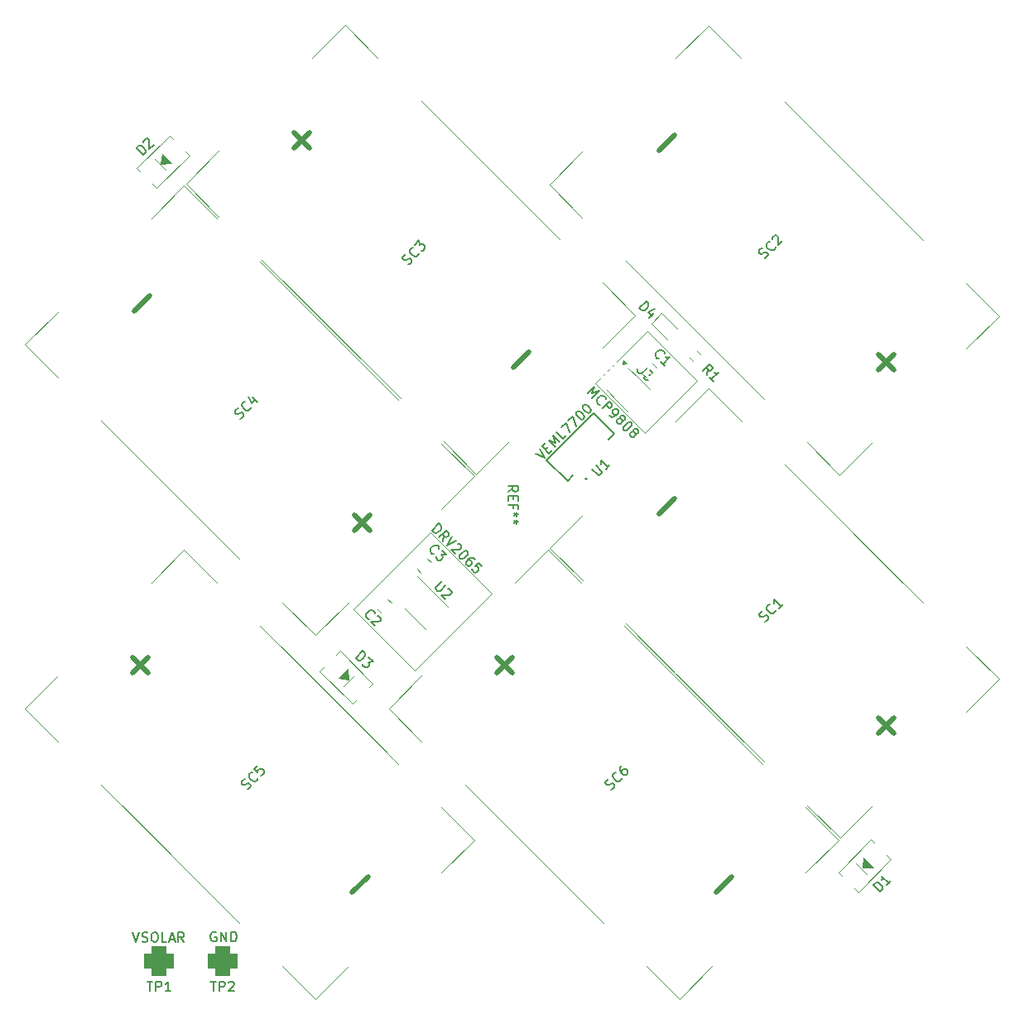
<source format=gbr>
%TF.GenerationSoftware,KiCad,Pcbnew,9.0.0*%
%TF.CreationDate,2025-03-12T18:23:27-07:00*%
%TF.ProjectId,Z_Face_V2,5a5f4661-6365-45f5-9632-2e6b69636164,3.1*%
%TF.SameCoordinates,Original*%
%TF.FileFunction,Legend,Top*%
%TF.FilePolarity,Positive*%
%FSLAX46Y46*%
G04 Gerber Fmt 4.6, Leading zero omitted, Abs format (unit mm)*
G04 Created by KiCad (PCBNEW 9.0.0) date 2025-03-12 18:23:27*
%MOMM*%
%LPD*%
G01*
G04 APERTURE LIST*
G04 Aperture macros list*
%AMRoundRect*
0 Rectangle with rounded corners*
0 $1 Rounding radius*
0 $2 $3 $4 $5 $6 $7 $8 $9 X,Y pos of 4 corners*
0 Add a 4 corners polygon primitive as box body*
4,1,4,$2,$3,$4,$5,$6,$7,$8,$9,$2,$3,0*
0 Add four circle primitives for the rounded corners*
1,1,$1+$1,$2,$3*
1,1,$1+$1,$4,$5*
1,1,$1+$1,$6,$7*
1,1,$1+$1,$8,$9*
0 Add four rect primitives between the rounded corners*
20,1,$1+$1,$2,$3,$4,$5,0*
20,1,$1+$1,$4,$5,$6,$7,0*
20,1,$1+$1,$6,$7,$8,$9,0*
20,1,$1+$1,$8,$9,$2,$3,0*%
%AMRotRect*
0 Rectangle, with rotation*
0 The origin of the aperture is its center*
0 $1 length*
0 $2 width*
0 $3 Rotation angle, in degrees counterclockwise*
0 Add horizontal line*
21,1,$1,$2,0,0,$3*%
G04 Aperture macros list end*
%ADD10C,0.120000*%
%ADD11C,0.150000*%
%ADD12C,0.500000*%
%ADD13C,0.100000*%
%ADD14C,0.127000*%
%ADD15C,0.200000*%
%ADD16RoundRect,0.100000X-0.556847X0.415425X0.415425X-0.556847X0.556847X-0.415425X-0.415425X0.556847X0*%
%ADD17RotRect,1.500000X1.800000X315.000000*%
%ADD18C,0.600000*%
%ADD19C,5.250000*%
%ADD20RotRect,2.500000X1.700000X45.000000*%
%ADD21RoundRect,0.750000X0.750000X-0.750000X0.750000X0.750000X-0.750000X0.750000X-0.750000X-0.750000X0*%
%ADD22RoundRect,0.218750X-0.335876X-0.026517X-0.026517X-0.335876X0.335876X0.026517X0.026517X0.335876X0*%
%ADD23RoundRect,0.250000X0.512652X0.159099X0.159099X0.512652X-0.512652X-0.159099X-0.159099X-0.512652X0*%
%ADD24RotRect,13.000000X3.000000X45.000000*%
%ADD25RoundRect,0.200000X0.335876X0.053033X0.053033X0.335876X-0.335876X-0.053033X-0.053033X-0.335876X0*%
%ADD26RoundRect,0.075000X-0.512652X0.406586X0.406586X-0.512652X0.512652X-0.406586X-0.406586X0.512652X0*%
%ADD27RotRect,2.500000X1.700000X135.000000*%
%ADD28RotRect,1.600000X0.700000X135.000000*%
%ADD29RotRect,13.000000X3.000000X225.000000*%
G04 APERTURE END LIST*
D10*
X168422537Y-71580815D02*
X163126307Y-76877045D01*
X158028067Y-71778805D01*
X163324297Y-66482575D01*
X168422537Y-71580815D01*
X147417170Y-93332830D02*
X139540000Y-101210000D01*
X133271481Y-94941481D01*
X141148650Y-87064311D01*
X147417170Y-93332830D01*
D11*
X119248095Y-127952438D02*
X119152857Y-127904819D01*
X119152857Y-127904819D02*
X119010000Y-127904819D01*
X119010000Y-127904819D02*
X118867143Y-127952438D01*
X118867143Y-127952438D02*
X118771905Y-128047676D01*
X118771905Y-128047676D02*
X118724286Y-128142914D01*
X118724286Y-128142914D02*
X118676667Y-128333390D01*
X118676667Y-128333390D02*
X118676667Y-128476247D01*
X118676667Y-128476247D02*
X118724286Y-128666723D01*
X118724286Y-128666723D02*
X118771905Y-128761961D01*
X118771905Y-128761961D02*
X118867143Y-128857200D01*
X118867143Y-128857200D02*
X119010000Y-128904819D01*
X119010000Y-128904819D02*
X119105238Y-128904819D01*
X119105238Y-128904819D02*
X119248095Y-128857200D01*
X119248095Y-128857200D02*
X119295714Y-128809580D01*
X119295714Y-128809580D02*
X119295714Y-128476247D01*
X119295714Y-128476247D02*
X119105238Y-128476247D01*
X119724286Y-128904819D02*
X119724286Y-127904819D01*
X119724286Y-127904819D02*
X120295714Y-128904819D01*
X120295714Y-128904819D02*
X120295714Y-127904819D01*
X120771905Y-128904819D02*
X120771905Y-127904819D01*
X120771905Y-127904819D02*
X121010000Y-127904819D01*
X121010000Y-127904819D02*
X121152857Y-127952438D01*
X121152857Y-127952438D02*
X121248095Y-128047676D01*
X121248095Y-128047676D02*
X121295714Y-128142914D01*
X121295714Y-128142914D02*
X121343333Y-128333390D01*
X121343333Y-128333390D02*
X121343333Y-128476247D01*
X121343333Y-128476247D02*
X121295714Y-128666723D01*
X121295714Y-128666723D02*
X121248095Y-128761961D01*
X121248095Y-128761961D02*
X121152857Y-128857200D01*
X121152857Y-128857200D02*
X121010000Y-128904819D01*
X121010000Y-128904819D02*
X120771905Y-128904819D01*
X151891773Y-78967223D02*
X152834582Y-79438628D01*
X152834582Y-79438628D02*
X152363178Y-78495819D01*
X152935598Y-78596834D02*
X153171300Y-78361132D01*
X153642704Y-78630506D02*
X153305987Y-78967223D01*
X153305987Y-78967223D02*
X152598880Y-78260117D01*
X152598880Y-78260117D02*
X152935598Y-77923399D01*
X153945750Y-78327460D02*
X153238644Y-77620353D01*
X153238644Y-77620353D02*
X153979422Y-77889727D01*
X153979422Y-77889727D02*
X153710048Y-77148949D01*
X153710048Y-77148949D02*
X154417155Y-77856055D01*
X155090590Y-77182620D02*
X154753872Y-77519338D01*
X154753872Y-77519338D02*
X154046765Y-76812231D01*
X154551842Y-76307155D02*
X155023246Y-75835750D01*
X155023246Y-75835750D02*
X155427307Y-76845903D01*
X155225277Y-75633720D02*
X155696681Y-75162315D01*
X155696681Y-75162315D02*
X156100742Y-76172468D01*
X156100743Y-74758254D02*
X156168086Y-74690911D01*
X156168086Y-74690911D02*
X156269101Y-74657239D01*
X156269101Y-74657239D02*
X156336445Y-74657239D01*
X156336445Y-74657239D02*
X156437460Y-74690911D01*
X156437460Y-74690911D02*
X156605819Y-74791926D01*
X156605819Y-74791926D02*
X156774178Y-74960285D01*
X156774178Y-74960285D02*
X156875193Y-75128643D01*
X156875193Y-75128643D02*
X156908865Y-75229659D01*
X156908865Y-75229659D02*
X156908865Y-75297002D01*
X156908865Y-75297002D02*
X156875193Y-75398017D01*
X156875193Y-75398017D02*
X156807849Y-75465361D01*
X156807849Y-75465361D02*
X156706834Y-75499033D01*
X156706834Y-75499033D02*
X156639491Y-75499033D01*
X156639491Y-75499033D02*
X156538475Y-75465361D01*
X156538475Y-75465361D02*
X156370117Y-75364346D01*
X156370117Y-75364346D02*
X156201758Y-75195987D01*
X156201758Y-75195987D02*
X156100743Y-75027628D01*
X156100743Y-75027628D02*
X156067071Y-74926613D01*
X156067071Y-74926613D02*
X156067071Y-74859269D01*
X156067071Y-74859269D02*
X156100743Y-74758254D01*
X156774178Y-74084819D02*
X156841521Y-74017476D01*
X156841521Y-74017476D02*
X156942536Y-73983804D01*
X156942536Y-73983804D02*
X157009880Y-73983804D01*
X157009880Y-73983804D02*
X157110895Y-74017476D01*
X157110895Y-74017476D02*
X157279254Y-74118491D01*
X157279254Y-74118491D02*
X157447613Y-74286850D01*
X157447613Y-74286850D02*
X157548628Y-74455208D01*
X157548628Y-74455208D02*
X157582300Y-74556224D01*
X157582300Y-74556224D02*
X157582300Y-74623567D01*
X157582300Y-74623567D02*
X157548628Y-74724582D01*
X157548628Y-74724582D02*
X157481284Y-74791926D01*
X157481284Y-74791926D02*
X157380269Y-74825598D01*
X157380269Y-74825598D02*
X157312926Y-74825598D01*
X157312926Y-74825598D02*
X157211910Y-74791926D01*
X157211910Y-74791926D02*
X157043552Y-74690911D01*
X157043552Y-74690911D02*
X156875193Y-74522552D01*
X156875193Y-74522552D02*
X156774178Y-74354193D01*
X156774178Y-74354193D02*
X156740506Y-74253178D01*
X156740506Y-74253178D02*
X156740506Y-74185834D01*
X156740506Y-74185834D02*
X156774178Y-74084819D01*
X157228715Y-72831926D02*
X157935822Y-72124820D01*
X157935822Y-72124820D02*
X157666448Y-72865598D01*
X157666448Y-72865598D02*
X158407226Y-72596224D01*
X158407226Y-72596224D02*
X157700120Y-73303331D01*
X158508242Y-73976766D02*
X158440898Y-73976766D01*
X158440898Y-73976766D02*
X158306211Y-73909422D01*
X158306211Y-73909422D02*
X158238868Y-73842079D01*
X158238868Y-73842079D02*
X158171524Y-73707392D01*
X158171524Y-73707392D02*
X158171524Y-73572705D01*
X158171524Y-73572705D02*
X158205196Y-73471690D01*
X158205196Y-73471690D02*
X158306211Y-73303331D01*
X158306211Y-73303331D02*
X158407226Y-73202316D01*
X158407226Y-73202316D02*
X158575585Y-73101300D01*
X158575585Y-73101300D02*
X158676600Y-73067629D01*
X158676600Y-73067629D02*
X158811287Y-73067629D01*
X158811287Y-73067629D02*
X158945974Y-73134972D01*
X158945974Y-73134972D02*
X159013318Y-73202316D01*
X159013318Y-73202316D02*
X159080661Y-73337003D01*
X159080661Y-73337003D02*
X159080661Y-73404346D01*
X158743944Y-74347155D02*
X159451051Y-73640048D01*
X159451051Y-73640048D02*
X159720425Y-73909422D01*
X159720425Y-73909422D02*
X159754096Y-74010438D01*
X159754096Y-74010438D02*
X159754096Y-74077781D01*
X159754096Y-74077781D02*
X159720425Y-74178796D01*
X159720425Y-74178796D02*
X159619409Y-74279812D01*
X159619409Y-74279812D02*
X159518394Y-74313483D01*
X159518394Y-74313483D02*
X159451051Y-74313483D01*
X159451051Y-74313483D02*
X159350035Y-74279812D01*
X159350035Y-74279812D02*
X159080661Y-74010438D01*
X159484722Y-75087934D02*
X159619409Y-75222621D01*
X159619409Y-75222621D02*
X159720425Y-75256292D01*
X159720425Y-75256292D02*
X159787768Y-75256292D01*
X159787768Y-75256292D02*
X159956127Y-75222621D01*
X159956127Y-75222621D02*
X160124486Y-75121605D01*
X160124486Y-75121605D02*
X160393860Y-74852231D01*
X160393860Y-74852231D02*
X160427531Y-74751216D01*
X160427531Y-74751216D02*
X160427531Y-74683873D01*
X160427531Y-74683873D02*
X160393860Y-74582857D01*
X160393860Y-74582857D02*
X160259173Y-74448170D01*
X160259173Y-74448170D02*
X160158157Y-74414499D01*
X160158157Y-74414499D02*
X160090814Y-74414499D01*
X160090814Y-74414499D02*
X159989799Y-74448170D01*
X159989799Y-74448170D02*
X159821440Y-74616529D01*
X159821440Y-74616529D02*
X159787768Y-74717544D01*
X159787768Y-74717544D02*
X159787768Y-74784888D01*
X159787768Y-74784888D02*
X159821440Y-74885903D01*
X159821440Y-74885903D02*
X159956127Y-75020590D01*
X159956127Y-75020590D02*
X160057142Y-75054262D01*
X160057142Y-75054262D02*
X160124486Y-75054262D01*
X160124486Y-75054262D02*
X160225501Y-75020590D01*
X160629562Y-75424651D02*
X160595890Y-75323636D01*
X160595890Y-75323636D02*
X160595890Y-75256292D01*
X160595890Y-75256292D02*
X160629562Y-75155277D01*
X160629562Y-75155277D02*
X160663234Y-75121605D01*
X160663234Y-75121605D02*
X160764249Y-75087934D01*
X160764249Y-75087934D02*
X160831592Y-75087934D01*
X160831592Y-75087934D02*
X160932608Y-75121605D01*
X160932608Y-75121605D02*
X161067295Y-75256292D01*
X161067295Y-75256292D02*
X161100966Y-75357308D01*
X161100966Y-75357308D02*
X161100966Y-75424651D01*
X161100966Y-75424651D02*
X161067295Y-75525666D01*
X161067295Y-75525666D02*
X161033623Y-75559338D01*
X161033623Y-75559338D02*
X160932608Y-75593010D01*
X160932608Y-75593010D02*
X160865264Y-75593010D01*
X160865264Y-75593010D02*
X160764249Y-75559338D01*
X160764249Y-75559338D02*
X160629562Y-75424651D01*
X160629562Y-75424651D02*
X160528547Y-75390979D01*
X160528547Y-75390979D02*
X160461203Y-75390979D01*
X160461203Y-75390979D02*
X160360188Y-75424651D01*
X160360188Y-75424651D02*
X160225501Y-75559338D01*
X160225501Y-75559338D02*
X160191829Y-75660353D01*
X160191829Y-75660353D02*
X160191829Y-75727697D01*
X160191829Y-75727697D02*
X160225501Y-75828712D01*
X160225501Y-75828712D02*
X160360188Y-75963399D01*
X160360188Y-75963399D02*
X160461203Y-75997071D01*
X160461203Y-75997071D02*
X160528547Y-75997071D01*
X160528547Y-75997071D02*
X160629562Y-75963399D01*
X160629562Y-75963399D02*
X160764249Y-75828712D01*
X160764249Y-75828712D02*
X160797921Y-75727697D01*
X160797921Y-75727697D02*
X160797921Y-75660353D01*
X160797921Y-75660353D02*
X160764249Y-75559338D01*
X161639715Y-75828712D02*
X161707058Y-75896056D01*
X161707058Y-75896056D02*
X161740730Y-75997071D01*
X161740730Y-75997071D02*
X161740730Y-76064414D01*
X161740730Y-76064414D02*
X161707058Y-76165430D01*
X161707058Y-76165430D02*
X161606043Y-76333788D01*
X161606043Y-76333788D02*
X161437684Y-76502147D01*
X161437684Y-76502147D02*
X161269325Y-76603163D01*
X161269325Y-76603163D02*
X161168310Y-76636834D01*
X161168310Y-76636834D02*
X161100966Y-76636834D01*
X161100966Y-76636834D02*
X160999951Y-76603163D01*
X160999951Y-76603163D02*
X160932608Y-76535819D01*
X160932608Y-76535819D02*
X160898936Y-76434804D01*
X160898936Y-76434804D02*
X160898936Y-76367460D01*
X160898936Y-76367460D02*
X160932608Y-76266445D01*
X160932608Y-76266445D02*
X161033623Y-76098086D01*
X161033623Y-76098086D02*
X161201982Y-75929727D01*
X161201982Y-75929727D02*
X161370341Y-75828712D01*
X161370341Y-75828712D02*
X161471356Y-75795040D01*
X161471356Y-75795040D02*
X161538699Y-75795040D01*
X161538699Y-75795040D02*
X161639715Y-75828712D01*
X161976432Y-76771521D02*
X161942760Y-76670506D01*
X161942760Y-76670506D02*
X161942760Y-76603163D01*
X161942760Y-76603163D02*
X161976432Y-76502147D01*
X161976432Y-76502147D02*
X162010104Y-76468476D01*
X162010104Y-76468476D02*
X162111119Y-76434804D01*
X162111119Y-76434804D02*
X162178463Y-76434804D01*
X162178463Y-76434804D02*
X162279478Y-76468476D01*
X162279478Y-76468476D02*
X162414165Y-76603163D01*
X162414165Y-76603163D02*
X162447837Y-76704178D01*
X162447837Y-76704178D02*
X162447837Y-76771521D01*
X162447837Y-76771521D02*
X162414165Y-76872537D01*
X162414165Y-76872537D02*
X162380493Y-76906208D01*
X162380493Y-76906208D02*
X162279478Y-76939880D01*
X162279478Y-76939880D02*
X162212134Y-76939880D01*
X162212134Y-76939880D02*
X162111119Y-76906208D01*
X162111119Y-76906208D02*
X161976432Y-76771521D01*
X161976432Y-76771521D02*
X161875417Y-76737850D01*
X161875417Y-76737850D02*
X161808073Y-76737850D01*
X161808073Y-76737850D02*
X161707058Y-76771521D01*
X161707058Y-76771521D02*
X161572371Y-76906208D01*
X161572371Y-76906208D02*
X161538699Y-77007224D01*
X161538699Y-77007224D02*
X161538699Y-77074567D01*
X161538699Y-77074567D02*
X161572371Y-77175582D01*
X161572371Y-77175582D02*
X161707058Y-77310269D01*
X161707058Y-77310269D02*
X161808073Y-77343941D01*
X161808073Y-77343941D02*
X161875417Y-77343941D01*
X161875417Y-77343941D02*
X161976432Y-77310269D01*
X161976432Y-77310269D02*
X162111119Y-77175582D01*
X162111119Y-77175582D02*
X162144791Y-77074567D01*
X162144791Y-77074567D02*
X162144791Y-77007224D01*
X162144791Y-77007224D02*
X162111119Y-76906208D01*
X141339730Y-86862942D02*
X142046837Y-86155835D01*
X142046837Y-86155835D02*
X142215196Y-86324193D01*
X142215196Y-86324193D02*
X142282539Y-86458881D01*
X142282539Y-86458881D02*
X142282539Y-86593568D01*
X142282539Y-86593568D02*
X142248868Y-86694583D01*
X142248868Y-86694583D02*
X142147852Y-86862942D01*
X142147852Y-86862942D02*
X142046837Y-86963957D01*
X142046837Y-86963957D02*
X141878478Y-87064972D01*
X141878478Y-87064972D02*
X141777463Y-87098644D01*
X141777463Y-87098644D02*
X141642776Y-87098644D01*
X141642776Y-87098644D02*
X141508089Y-87031300D01*
X141508089Y-87031300D02*
X141339730Y-86862942D01*
X142450898Y-87974109D02*
X142551913Y-87401690D01*
X142046837Y-87570048D02*
X142753944Y-86862942D01*
X142753944Y-86862942D02*
X143023318Y-87132316D01*
X143023318Y-87132316D02*
X143056990Y-87233331D01*
X143056990Y-87233331D02*
X143056990Y-87300674D01*
X143056990Y-87300674D02*
X143023318Y-87401690D01*
X143023318Y-87401690D02*
X142922303Y-87502705D01*
X142922303Y-87502705D02*
X142821287Y-87536377D01*
X142821287Y-87536377D02*
X142753944Y-87536377D01*
X142753944Y-87536377D02*
X142652929Y-87502705D01*
X142652929Y-87502705D02*
X142383555Y-87233331D01*
X143360035Y-87469033D02*
X142888631Y-88411842D01*
X142888631Y-88411842D02*
X143831440Y-87940438D01*
X143966127Y-88209812D02*
X144033470Y-88209812D01*
X144033470Y-88209812D02*
X144134486Y-88243483D01*
X144134486Y-88243483D02*
X144302844Y-88411842D01*
X144302844Y-88411842D02*
X144336516Y-88512857D01*
X144336516Y-88512857D02*
X144336516Y-88580201D01*
X144336516Y-88580201D02*
X144302844Y-88681216D01*
X144302844Y-88681216D02*
X144235501Y-88748560D01*
X144235501Y-88748560D02*
X144100814Y-88815903D01*
X144100814Y-88815903D02*
X143292692Y-88815903D01*
X143292692Y-88815903D02*
X143730425Y-89253636D01*
X144875264Y-88984262D02*
X144942608Y-89051606D01*
X144942608Y-89051606D02*
X144976280Y-89152621D01*
X144976280Y-89152621D02*
X144976280Y-89219964D01*
X144976280Y-89219964D02*
X144942608Y-89320980D01*
X144942608Y-89320980D02*
X144841593Y-89489338D01*
X144841593Y-89489338D02*
X144673234Y-89657697D01*
X144673234Y-89657697D02*
X144504875Y-89758712D01*
X144504875Y-89758712D02*
X144403860Y-89792384D01*
X144403860Y-89792384D02*
X144336516Y-89792384D01*
X144336516Y-89792384D02*
X144235501Y-89758712D01*
X144235501Y-89758712D02*
X144168158Y-89691369D01*
X144168158Y-89691369D02*
X144134486Y-89590354D01*
X144134486Y-89590354D02*
X144134486Y-89523010D01*
X144134486Y-89523010D02*
X144168158Y-89421995D01*
X144168158Y-89421995D02*
X144269173Y-89253636D01*
X144269173Y-89253636D02*
X144437532Y-89085277D01*
X144437532Y-89085277D02*
X144605890Y-88984262D01*
X144605890Y-88984262D02*
X144706906Y-88950590D01*
X144706906Y-88950590D02*
X144774249Y-88950590D01*
X144774249Y-88950590D02*
X144875264Y-88984262D01*
X145717058Y-89826056D02*
X145582371Y-89691369D01*
X145582371Y-89691369D02*
X145481356Y-89657697D01*
X145481356Y-89657697D02*
X145414012Y-89657697D01*
X145414012Y-89657697D02*
X145245654Y-89691369D01*
X145245654Y-89691369D02*
X145077295Y-89792384D01*
X145077295Y-89792384D02*
X144807921Y-90061758D01*
X144807921Y-90061758D02*
X144774249Y-90162773D01*
X144774249Y-90162773D02*
X144774249Y-90230117D01*
X144774249Y-90230117D02*
X144807921Y-90331132D01*
X144807921Y-90331132D02*
X144942608Y-90465819D01*
X144942608Y-90465819D02*
X145043623Y-90499491D01*
X145043623Y-90499491D02*
X145110967Y-90499491D01*
X145110967Y-90499491D02*
X145211982Y-90465819D01*
X145211982Y-90465819D02*
X145380341Y-90297460D01*
X145380341Y-90297460D02*
X145414012Y-90196445D01*
X145414012Y-90196445D02*
X145414012Y-90129102D01*
X145414012Y-90129102D02*
X145380341Y-90028086D01*
X145380341Y-90028086D02*
X145245654Y-89893399D01*
X145245654Y-89893399D02*
X145144638Y-89859728D01*
X145144638Y-89859728D02*
X145077295Y-89859728D01*
X145077295Y-89859728D02*
X144976280Y-89893399D01*
X146424165Y-90533163D02*
X146087447Y-90196445D01*
X146087447Y-90196445D02*
X145717058Y-90499491D01*
X145717058Y-90499491D02*
X145784402Y-90499491D01*
X145784402Y-90499491D02*
X145885417Y-90533163D01*
X145885417Y-90533163D02*
X146053776Y-90701521D01*
X146053776Y-90701521D02*
X146087447Y-90802537D01*
X146087447Y-90802537D02*
X146087447Y-90869880D01*
X146087447Y-90869880D02*
X146053776Y-90970895D01*
X146053776Y-90970895D02*
X145885417Y-91139254D01*
X145885417Y-91139254D02*
X145784402Y-91172926D01*
X145784402Y-91172926D02*
X145717058Y-91172926D01*
X145717058Y-91172926D02*
X145616043Y-91139254D01*
X145616043Y-91139254D02*
X145447684Y-90970895D01*
X145447684Y-90970895D02*
X145414012Y-90869880D01*
X145414012Y-90869880D02*
X145414012Y-90802537D01*
X110723333Y-127954819D02*
X111056666Y-128954819D01*
X111056666Y-128954819D02*
X111389999Y-127954819D01*
X111675714Y-128907200D02*
X111818571Y-128954819D01*
X111818571Y-128954819D02*
X112056666Y-128954819D01*
X112056666Y-128954819D02*
X112151904Y-128907200D01*
X112151904Y-128907200D02*
X112199523Y-128859580D01*
X112199523Y-128859580D02*
X112247142Y-128764342D01*
X112247142Y-128764342D02*
X112247142Y-128669104D01*
X112247142Y-128669104D02*
X112199523Y-128573866D01*
X112199523Y-128573866D02*
X112151904Y-128526247D01*
X112151904Y-128526247D02*
X112056666Y-128478628D01*
X112056666Y-128478628D02*
X111866190Y-128431009D01*
X111866190Y-128431009D02*
X111770952Y-128383390D01*
X111770952Y-128383390D02*
X111723333Y-128335771D01*
X111723333Y-128335771D02*
X111675714Y-128240533D01*
X111675714Y-128240533D02*
X111675714Y-128145295D01*
X111675714Y-128145295D02*
X111723333Y-128050057D01*
X111723333Y-128050057D02*
X111770952Y-128002438D01*
X111770952Y-128002438D02*
X111866190Y-127954819D01*
X111866190Y-127954819D02*
X112104285Y-127954819D01*
X112104285Y-127954819D02*
X112247142Y-128002438D01*
X112866190Y-127954819D02*
X113056666Y-127954819D01*
X113056666Y-127954819D02*
X113151904Y-128002438D01*
X113151904Y-128002438D02*
X113247142Y-128097676D01*
X113247142Y-128097676D02*
X113294761Y-128288152D01*
X113294761Y-128288152D02*
X113294761Y-128621485D01*
X113294761Y-128621485D02*
X113247142Y-128811961D01*
X113247142Y-128811961D02*
X113151904Y-128907200D01*
X113151904Y-128907200D02*
X113056666Y-128954819D01*
X113056666Y-128954819D02*
X112866190Y-128954819D01*
X112866190Y-128954819D02*
X112770952Y-128907200D01*
X112770952Y-128907200D02*
X112675714Y-128811961D01*
X112675714Y-128811961D02*
X112628095Y-128621485D01*
X112628095Y-128621485D02*
X112628095Y-128288152D01*
X112628095Y-128288152D02*
X112675714Y-128097676D01*
X112675714Y-128097676D02*
X112770952Y-128002438D01*
X112770952Y-128002438D02*
X112866190Y-127954819D01*
X114199523Y-128954819D02*
X113723333Y-128954819D01*
X113723333Y-128954819D02*
X113723333Y-127954819D01*
X114485238Y-128669104D02*
X114961428Y-128669104D01*
X114390000Y-128954819D02*
X114723333Y-127954819D01*
X114723333Y-127954819D02*
X115056666Y-128954819D01*
X115961428Y-128954819D02*
X115628095Y-128478628D01*
X115390000Y-128954819D02*
X115390000Y-127954819D01*
X115390000Y-127954819D02*
X115770952Y-127954819D01*
X115770952Y-127954819D02*
X115866190Y-128002438D01*
X115866190Y-128002438D02*
X115913809Y-128050057D01*
X115913809Y-128050057D02*
X115961428Y-128145295D01*
X115961428Y-128145295D02*
X115961428Y-128288152D01*
X115961428Y-128288152D02*
X115913809Y-128383390D01*
X115913809Y-128383390D02*
X115866190Y-128431009D01*
X115866190Y-128431009D02*
X115770952Y-128478628D01*
X115770952Y-128478628D02*
X115390000Y-128478628D01*
X162949876Y-69794810D02*
X162377456Y-70367230D01*
X162377456Y-70367230D02*
X162343784Y-70468245D01*
X162343784Y-70468245D02*
X162343784Y-70535589D01*
X162343784Y-70535589D02*
X162377456Y-70636604D01*
X162377456Y-70636604D02*
X162512143Y-70771291D01*
X162512143Y-70771291D02*
X162613158Y-70804963D01*
X162613158Y-70804963D02*
X162680502Y-70804963D01*
X162680502Y-70804963D02*
X162781517Y-70771291D01*
X162781517Y-70771291D02*
X163353937Y-70198871D01*
X163623311Y-70468245D02*
X164061043Y-70905978D01*
X164061043Y-70905978D02*
X163555967Y-70939650D01*
X163555967Y-70939650D02*
X163656982Y-71040665D01*
X163656982Y-71040665D02*
X163690654Y-71141680D01*
X163690654Y-71141680D02*
X163690654Y-71209024D01*
X163690654Y-71209024D02*
X163656982Y-71310039D01*
X163656982Y-71310039D02*
X163488624Y-71478398D01*
X163488624Y-71478398D02*
X163387608Y-71512070D01*
X163387608Y-71512070D02*
X163320265Y-71512070D01*
X163320265Y-71512070D02*
X163219250Y-71478398D01*
X163219250Y-71478398D02*
X163017219Y-71276367D01*
X163017219Y-71276367D02*
X162983547Y-71175352D01*
X162983547Y-71175352D02*
X162983547Y-71108009D01*
X149109180Y-82892446D02*
X149585371Y-82559113D01*
X149109180Y-82321018D02*
X150109180Y-82321018D01*
X150109180Y-82321018D02*
X150109180Y-82701970D01*
X150109180Y-82701970D02*
X150061561Y-82797208D01*
X150061561Y-82797208D02*
X150013942Y-82844827D01*
X150013942Y-82844827D02*
X149918704Y-82892446D01*
X149918704Y-82892446D02*
X149775847Y-82892446D01*
X149775847Y-82892446D02*
X149680609Y-82844827D01*
X149680609Y-82844827D02*
X149632990Y-82797208D01*
X149632990Y-82797208D02*
X149585371Y-82701970D01*
X149585371Y-82701970D02*
X149585371Y-82321018D01*
X149632990Y-83321018D02*
X149632990Y-83654351D01*
X149109180Y-83797208D02*
X149109180Y-83321018D01*
X149109180Y-83321018D02*
X150109180Y-83321018D01*
X150109180Y-83321018D02*
X150109180Y-83797208D01*
X149632990Y-84559113D02*
X149632990Y-84225780D01*
X149109180Y-84225780D02*
X150109180Y-84225780D01*
X150109180Y-84225780D02*
X150109180Y-84701970D01*
X150109180Y-85225780D02*
X149871085Y-85225780D01*
X149966323Y-84987685D02*
X149871085Y-85225780D01*
X149871085Y-85225780D02*
X149966323Y-85463875D01*
X149680609Y-85082923D02*
X149871085Y-85225780D01*
X149871085Y-85225780D02*
X149680609Y-85368637D01*
X150109180Y-85987685D02*
X149871085Y-85987685D01*
X149966323Y-85749590D02*
X149871085Y-85987685D01*
X149871085Y-85987685D02*
X149966323Y-86225780D01*
X149680609Y-85844828D02*
X149871085Y-85987685D01*
X149871085Y-85987685D02*
X149680609Y-86130542D01*
X110166666Y-84954819D02*
X110166666Y-85669104D01*
X110166666Y-85669104D02*
X110119047Y-85811961D01*
X110119047Y-85811961D02*
X110023809Y-85907200D01*
X110023809Y-85907200D02*
X109880952Y-85954819D01*
X109880952Y-85954819D02*
X109785714Y-85954819D01*
X111071428Y-85288152D02*
X111071428Y-85954819D01*
X110833333Y-84907200D02*
X110595238Y-85621485D01*
X110595238Y-85621485D02*
X111214285Y-85621485D01*
X149036666Y-123484819D02*
X149036666Y-124199104D01*
X149036666Y-124199104D02*
X148989047Y-124341961D01*
X148989047Y-124341961D02*
X148893809Y-124437200D01*
X148893809Y-124437200D02*
X148750952Y-124484819D01*
X148750952Y-124484819D02*
X148655714Y-124484819D01*
X149989047Y-123484819D02*
X149512857Y-123484819D01*
X149512857Y-123484819D02*
X149465238Y-123961009D01*
X149465238Y-123961009D02*
X149512857Y-123913390D01*
X149512857Y-123913390D02*
X149608095Y-123865771D01*
X149608095Y-123865771D02*
X149846190Y-123865771D01*
X149846190Y-123865771D02*
X149941428Y-123913390D01*
X149941428Y-123913390D02*
X149989047Y-123961009D01*
X149989047Y-123961009D02*
X150036666Y-124056247D01*
X150036666Y-124056247D02*
X150036666Y-124294342D01*
X150036666Y-124294342D02*
X149989047Y-124389580D01*
X149989047Y-124389580D02*
X149941428Y-124437200D01*
X149941428Y-124437200D02*
X149846190Y-124484819D01*
X149846190Y-124484819D02*
X149608095Y-124484819D01*
X149608095Y-124484819D02*
X149512857Y-124437200D01*
X149512857Y-124437200D02*
X149465238Y-124389580D01*
X149096666Y-45434819D02*
X149096666Y-46149104D01*
X149096666Y-46149104D02*
X149049047Y-46291961D01*
X149049047Y-46291961D02*
X148953809Y-46387200D01*
X148953809Y-46387200D02*
X148810952Y-46434819D01*
X148810952Y-46434819D02*
X148715714Y-46434819D01*
X150001428Y-45434819D02*
X149810952Y-45434819D01*
X149810952Y-45434819D02*
X149715714Y-45482438D01*
X149715714Y-45482438D02*
X149668095Y-45530057D01*
X149668095Y-45530057D02*
X149572857Y-45672914D01*
X149572857Y-45672914D02*
X149525238Y-45863390D01*
X149525238Y-45863390D02*
X149525238Y-46244342D01*
X149525238Y-46244342D02*
X149572857Y-46339580D01*
X149572857Y-46339580D02*
X149620476Y-46387200D01*
X149620476Y-46387200D02*
X149715714Y-46434819D01*
X149715714Y-46434819D02*
X149906190Y-46434819D01*
X149906190Y-46434819D02*
X150001428Y-46387200D01*
X150001428Y-46387200D02*
X150049047Y-46339580D01*
X150049047Y-46339580D02*
X150096666Y-46244342D01*
X150096666Y-46244342D02*
X150096666Y-46006247D01*
X150096666Y-46006247D02*
X150049047Y-45911009D01*
X150049047Y-45911009D02*
X150001428Y-45863390D01*
X150001428Y-45863390D02*
X149906190Y-45815771D01*
X149906190Y-45815771D02*
X149715714Y-45815771D01*
X149715714Y-45815771D02*
X149620476Y-45863390D01*
X149620476Y-45863390D02*
X149572857Y-45911009D01*
X149572857Y-45911009D02*
X149525238Y-46006247D01*
X188166666Y-84954819D02*
X188166666Y-85669104D01*
X188166666Y-85669104D02*
X188119047Y-85811961D01*
X188119047Y-85811961D02*
X188023809Y-85907200D01*
X188023809Y-85907200D02*
X187880952Y-85954819D01*
X187880952Y-85954819D02*
X187785714Y-85954819D01*
X188547619Y-84954819D02*
X189214285Y-84954819D01*
X189214285Y-84954819D02*
X188785714Y-85954819D01*
X111779693Y-48463517D02*
X111072587Y-47756410D01*
X111072587Y-47756410D02*
X111240945Y-47588051D01*
X111240945Y-47588051D02*
X111375632Y-47520708D01*
X111375632Y-47520708D02*
X111510319Y-47520708D01*
X111510319Y-47520708D02*
X111611335Y-47554380D01*
X111611335Y-47554380D02*
X111779693Y-47655395D01*
X111779693Y-47655395D02*
X111880709Y-47756410D01*
X111880709Y-47756410D02*
X111981724Y-47924769D01*
X111981724Y-47924769D02*
X112015396Y-48025784D01*
X112015396Y-48025784D02*
X112015396Y-48160471D01*
X112015396Y-48160471D02*
X111948052Y-48295158D01*
X111948052Y-48295158D02*
X111779693Y-48463517D01*
X111813365Y-47150319D02*
X111813365Y-47082975D01*
X111813365Y-47082975D02*
X111847037Y-46981960D01*
X111847037Y-46981960D02*
X112015396Y-46813601D01*
X112015396Y-46813601D02*
X112116411Y-46779929D01*
X112116411Y-46779929D02*
X112183754Y-46779929D01*
X112183754Y-46779929D02*
X112284770Y-46813601D01*
X112284770Y-46813601D02*
X112352113Y-46880945D01*
X112352113Y-46880945D02*
X112419457Y-47015632D01*
X112419457Y-47015632D02*
X112419457Y-47823754D01*
X112419457Y-47823754D02*
X112857189Y-47386021D01*
X112188095Y-132984819D02*
X112759523Y-132984819D01*
X112473809Y-133984819D02*
X112473809Y-132984819D01*
X113092857Y-133984819D02*
X113092857Y-132984819D01*
X113092857Y-132984819D02*
X113473809Y-132984819D01*
X113473809Y-132984819D02*
X113569047Y-133032438D01*
X113569047Y-133032438D02*
X113616666Y-133080057D01*
X113616666Y-133080057D02*
X113664285Y-133175295D01*
X113664285Y-133175295D02*
X113664285Y-133318152D01*
X113664285Y-133318152D02*
X113616666Y-133413390D01*
X113616666Y-133413390D02*
X113569047Y-133461009D01*
X113569047Y-133461009D02*
X113473809Y-133508628D01*
X113473809Y-133508628D02*
X113092857Y-133508628D01*
X114616666Y-133984819D02*
X114045238Y-133984819D01*
X114330952Y-133984819D02*
X114330952Y-132984819D01*
X114330952Y-132984819D02*
X114235714Y-133127676D01*
X114235714Y-133127676D02*
X114140476Y-133222914D01*
X114140476Y-133222914D02*
X114045238Y-133270533D01*
X162533200Y-64117833D02*
X163240307Y-63410727D01*
X163240307Y-63410727D02*
X163408666Y-63579085D01*
X163408666Y-63579085D02*
X163476009Y-63713772D01*
X163476009Y-63713772D02*
X163476009Y-63848459D01*
X163476009Y-63848459D02*
X163442337Y-63949475D01*
X163442337Y-63949475D02*
X163341322Y-64117833D01*
X163341322Y-64117833D02*
X163240307Y-64218849D01*
X163240307Y-64218849D02*
X163071948Y-64319864D01*
X163071948Y-64319864D02*
X162970933Y-64353536D01*
X162970933Y-64353536D02*
X162836246Y-64353536D01*
X162836246Y-64353536D02*
X162701559Y-64286192D01*
X162701559Y-64286192D02*
X162533200Y-64117833D01*
X164014757Y-64656581D02*
X163543353Y-65127986D01*
X164115772Y-64218849D02*
X163442337Y-64555566D01*
X163442337Y-64555566D02*
X163880070Y-64993299D01*
X141487197Y-89283169D02*
X141419853Y-89283169D01*
X141419853Y-89283169D02*
X141285166Y-89215825D01*
X141285166Y-89215825D02*
X141217823Y-89148482D01*
X141217823Y-89148482D02*
X141150479Y-89013795D01*
X141150479Y-89013795D02*
X141150479Y-88879108D01*
X141150479Y-88879108D02*
X141184151Y-88778093D01*
X141184151Y-88778093D02*
X141285166Y-88609734D01*
X141285166Y-88609734D02*
X141386181Y-88508719D01*
X141386181Y-88508719D02*
X141554540Y-88407703D01*
X141554540Y-88407703D02*
X141655555Y-88374032D01*
X141655555Y-88374032D02*
X141790242Y-88374032D01*
X141790242Y-88374032D02*
X141924929Y-88441375D01*
X141924929Y-88441375D02*
X141992273Y-88508719D01*
X141992273Y-88508719D02*
X142059616Y-88643406D01*
X142059616Y-88643406D02*
X142059616Y-88710749D01*
X142362662Y-88879108D02*
X142800395Y-89316841D01*
X142800395Y-89316841D02*
X142295319Y-89350512D01*
X142295319Y-89350512D02*
X142396334Y-89451528D01*
X142396334Y-89451528D02*
X142430006Y-89552543D01*
X142430006Y-89552543D02*
X142430006Y-89619886D01*
X142430006Y-89619886D02*
X142396334Y-89720902D01*
X142396334Y-89720902D02*
X142227975Y-89889260D01*
X142227975Y-89889260D02*
X142126960Y-89922932D01*
X142126960Y-89922932D02*
X142059616Y-89922932D01*
X142059616Y-89922932D02*
X141958601Y-89889260D01*
X141958601Y-89889260D02*
X141756571Y-89687230D01*
X141756571Y-89687230D02*
X141722899Y-89586215D01*
X141722899Y-89586215D02*
X141722899Y-89518871D01*
X122429185Y-113333788D02*
X122563872Y-113266444D01*
X122563872Y-113266444D02*
X122732231Y-113098086D01*
X122732231Y-113098086D02*
X122765902Y-112997070D01*
X122765902Y-112997070D02*
X122765902Y-112929727D01*
X122765902Y-112929727D02*
X122732231Y-112828712D01*
X122732231Y-112828712D02*
X122664887Y-112761368D01*
X122664887Y-112761368D02*
X122563872Y-112727696D01*
X122563872Y-112727696D02*
X122496528Y-112727696D01*
X122496528Y-112727696D02*
X122395513Y-112761368D01*
X122395513Y-112761368D02*
X122227154Y-112862383D01*
X122227154Y-112862383D02*
X122126139Y-112896055D01*
X122126139Y-112896055D02*
X122058796Y-112896055D01*
X122058796Y-112896055D02*
X121957780Y-112862383D01*
X121957780Y-112862383D02*
X121890437Y-112795040D01*
X121890437Y-112795040D02*
X121856765Y-112694025D01*
X121856765Y-112694025D02*
X121856765Y-112626681D01*
X121856765Y-112626681D02*
X121890437Y-112525666D01*
X121890437Y-112525666D02*
X122058796Y-112357307D01*
X122058796Y-112357307D02*
X122193483Y-112289964D01*
X123506681Y-112188948D02*
X123506681Y-112256292D01*
X123506681Y-112256292D02*
X123439338Y-112390979D01*
X123439338Y-112390979D02*
X123371994Y-112458322D01*
X123371994Y-112458322D02*
X123237307Y-112525666D01*
X123237307Y-112525666D02*
X123102620Y-112525666D01*
X123102620Y-112525666D02*
X123001605Y-112491994D01*
X123001605Y-112491994D02*
X122833246Y-112390979D01*
X122833246Y-112390979D02*
X122732231Y-112289963D01*
X122732231Y-112289963D02*
X122631215Y-112121605D01*
X122631215Y-112121605D02*
X122597544Y-112020589D01*
X122597544Y-112020589D02*
X122597544Y-111885902D01*
X122597544Y-111885902D02*
X122664887Y-111751215D01*
X122664887Y-111751215D02*
X122732231Y-111683872D01*
X122732231Y-111683872D02*
X122866918Y-111616528D01*
X122866918Y-111616528D02*
X122934261Y-111616528D01*
X123506681Y-110909422D02*
X123169963Y-111246139D01*
X123169963Y-111246139D02*
X123473009Y-111616528D01*
X123473009Y-111616528D02*
X123473009Y-111549185D01*
X123473009Y-111549185D02*
X123506681Y-111448170D01*
X123506681Y-111448170D02*
X123675040Y-111279811D01*
X123675040Y-111279811D02*
X123776055Y-111246139D01*
X123776055Y-111246139D02*
X123843399Y-111246139D01*
X123843399Y-111246139D02*
X123944414Y-111279811D01*
X123944414Y-111279811D02*
X124112773Y-111448170D01*
X124112773Y-111448170D02*
X124146444Y-111549185D01*
X124146444Y-111549185D02*
X124146444Y-111616528D01*
X124146444Y-111616528D02*
X124112773Y-111717544D01*
X124112773Y-111717544D02*
X123944414Y-111885902D01*
X123944414Y-111885902D02*
X123843399Y-111919574D01*
X123843399Y-111919574D02*
X123776055Y-111919574D01*
D12*
X110713026Y-101449270D02*
X112329270Y-99833026D01*
X112329270Y-101449270D02*
X110713026Y-99833026D01*
X133163666Y-123899910D02*
X134779910Y-122283666D01*
D11*
X118678095Y-132984819D02*
X119249523Y-132984819D01*
X118963809Y-133984819D02*
X118963809Y-132984819D01*
X119582857Y-133984819D02*
X119582857Y-132984819D01*
X119582857Y-132984819D02*
X119963809Y-132984819D01*
X119963809Y-132984819D02*
X120059047Y-133032438D01*
X120059047Y-133032438D02*
X120106666Y-133080057D01*
X120106666Y-133080057D02*
X120154285Y-133175295D01*
X120154285Y-133175295D02*
X120154285Y-133318152D01*
X120154285Y-133318152D02*
X120106666Y-133413390D01*
X120106666Y-133413390D02*
X120059047Y-133461009D01*
X120059047Y-133461009D02*
X119963809Y-133508628D01*
X119963809Y-133508628D02*
X119582857Y-133508628D01*
X120535238Y-133080057D02*
X120582857Y-133032438D01*
X120582857Y-133032438D02*
X120678095Y-132984819D01*
X120678095Y-132984819D02*
X120916190Y-132984819D01*
X120916190Y-132984819D02*
X121011428Y-133032438D01*
X121011428Y-133032438D02*
X121059047Y-133080057D01*
X121059047Y-133080057D02*
X121106666Y-133175295D01*
X121106666Y-133175295D02*
X121106666Y-133270533D01*
X121106666Y-133270533D02*
X121059047Y-133413390D01*
X121059047Y-133413390D02*
X120487619Y-133984819D01*
X120487619Y-133984819D02*
X121106666Y-133984819D01*
X138891321Y-59655924D02*
X139026008Y-59588580D01*
X139026008Y-59588580D02*
X139194367Y-59420222D01*
X139194367Y-59420222D02*
X139228038Y-59319206D01*
X139228038Y-59319206D02*
X139228038Y-59251863D01*
X139228038Y-59251863D02*
X139194367Y-59150848D01*
X139194367Y-59150848D02*
X139127023Y-59083504D01*
X139127023Y-59083504D02*
X139026008Y-59049832D01*
X139026008Y-59049832D02*
X138958664Y-59049832D01*
X138958664Y-59049832D02*
X138857649Y-59083504D01*
X138857649Y-59083504D02*
X138689290Y-59184519D01*
X138689290Y-59184519D02*
X138588275Y-59218191D01*
X138588275Y-59218191D02*
X138520932Y-59218191D01*
X138520932Y-59218191D02*
X138419916Y-59184519D01*
X138419916Y-59184519D02*
X138352573Y-59117176D01*
X138352573Y-59117176D02*
X138318901Y-59016161D01*
X138318901Y-59016161D02*
X138318901Y-58948817D01*
X138318901Y-58948817D02*
X138352573Y-58847802D01*
X138352573Y-58847802D02*
X138520932Y-58679443D01*
X138520932Y-58679443D02*
X138655619Y-58612100D01*
X139968817Y-58511084D02*
X139968817Y-58578428D01*
X139968817Y-58578428D02*
X139901474Y-58713115D01*
X139901474Y-58713115D02*
X139834130Y-58780458D01*
X139834130Y-58780458D02*
X139699443Y-58847802D01*
X139699443Y-58847802D02*
X139564756Y-58847802D01*
X139564756Y-58847802D02*
X139463741Y-58814130D01*
X139463741Y-58814130D02*
X139295382Y-58713115D01*
X139295382Y-58713115D02*
X139194367Y-58612099D01*
X139194367Y-58612099D02*
X139093351Y-58443741D01*
X139093351Y-58443741D02*
X139059680Y-58342725D01*
X139059680Y-58342725D02*
X139059680Y-58208038D01*
X139059680Y-58208038D02*
X139127023Y-58073351D01*
X139127023Y-58073351D02*
X139194367Y-58006008D01*
X139194367Y-58006008D02*
X139329054Y-57938664D01*
X139329054Y-57938664D02*
X139396397Y-57938664D01*
X139564756Y-57635619D02*
X140002489Y-57197886D01*
X140002489Y-57197886D02*
X140036161Y-57702962D01*
X140036161Y-57702962D02*
X140137176Y-57601947D01*
X140137176Y-57601947D02*
X140238191Y-57568275D01*
X140238191Y-57568275D02*
X140305535Y-57568275D01*
X140305535Y-57568275D02*
X140406550Y-57601947D01*
X140406550Y-57601947D02*
X140574909Y-57770306D01*
X140574909Y-57770306D02*
X140608580Y-57871321D01*
X140608580Y-57871321D02*
X140608580Y-57938664D01*
X140608580Y-57938664D02*
X140574909Y-58039680D01*
X140574909Y-58039680D02*
X140372878Y-58241710D01*
X140372878Y-58241710D02*
X140271863Y-58275382D01*
X140271863Y-58275382D02*
X140204519Y-58275382D01*
D12*
X149625802Y-70222046D02*
X151242046Y-68605802D01*
X127175162Y-47771406D02*
X128791406Y-46155162D01*
X128791406Y-47771406D02*
X127175162Y-46155162D01*
D11*
X169421432Y-70956567D02*
X169522447Y-70384148D01*
X169017371Y-70552506D02*
X169724478Y-69845400D01*
X169724478Y-69845400D02*
X169993852Y-70114774D01*
X169993852Y-70114774D02*
X170027524Y-70215789D01*
X170027524Y-70215789D02*
X170027524Y-70283132D01*
X170027524Y-70283132D02*
X169993852Y-70384148D01*
X169993852Y-70384148D02*
X169892837Y-70485163D01*
X169892837Y-70485163D02*
X169791821Y-70518835D01*
X169791821Y-70518835D02*
X169724478Y-70518835D01*
X169724478Y-70518835D02*
X169623463Y-70485163D01*
X169623463Y-70485163D02*
X169354089Y-70215789D01*
X170094867Y-71630002D02*
X169690806Y-71225941D01*
X169892837Y-71427972D02*
X170599943Y-70720865D01*
X170599943Y-70720865D02*
X170431585Y-70754537D01*
X170431585Y-70754537D02*
X170296898Y-70754537D01*
X170296898Y-70754537D02*
X170195882Y-70720865D01*
X134896962Y-95915831D02*
X134829618Y-95915831D01*
X134829618Y-95915831D02*
X134694931Y-95848487D01*
X134694931Y-95848487D02*
X134627588Y-95781144D01*
X134627588Y-95781144D02*
X134560244Y-95646457D01*
X134560244Y-95646457D02*
X134560244Y-95511770D01*
X134560244Y-95511770D02*
X134593916Y-95410755D01*
X134593916Y-95410755D02*
X134694931Y-95242396D01*
X134694931Y-95242396D02*
X134795946Y-95141381D01*
X134795946Y-95141381D02*
X134964305Y-95040365D01*
X134964305Y-95040365D02*
X135065320Y-95006694D01*
X135065320Y-95006694D02*
X135200007Y-95006694D01*
X135200007Y-95006694D02*
X135334694Y-95074037D01*
X135334694Y-95074037D02*
X135402038Y-95141381D01*
X135402038Y-95141381D02*
X135469381Y-95276068D01*
X135469381Y-95276068D02*
X135469381Y-95343411D01*
X135738755Y-95612785D02*
X135806099Y-95612785D01*
X135806099Y-95612785D02*
X135907114Y-95646457D01*
X135907114Y-95646457D02*
X136075473Y-95814816D01*
X136075473Y-95814816D02*
X136109145Y-95915831D01*
X136109145Y-95915831D02*
X136109145Y-95983174D01*
X136109145Y-95983174D02*
X136075473Y-96084190D01*
X136075473Y-96084190D02*
X136008129Y-96151533D01*
X136008129Y-96151533D02*
X135873442Y-96218877D01*
X135873442Y-96218877D02*
X135065320Y-96218877D01*
X135065320Y-96218877D02*
X135503053Y-96656609D01*
X142321247Y-92076240D02*
X141748827Y-92648660D01*
X141748827Y-92648660D02*
X141715155Y-92749675D01*
X141715155Y-92749675D02*
X141715155Y-92817019D01*
X141715155Y-92817019D02*
X141748827Y-92918034D01*
X141748827Y-92918034D02*
X141883514Y-93052721D01*
X141883514Y-93052721D02*
X141984529Y-93086393D01*
X141984529Y-93086393D02*
X142051873Y-93086393D01*
X142051873Y-93086393D02*
X142152888Y-93052721D01*
X142152888Y-93052721D02*
X142725308Y-92480301D01*
X142961010Y-92850691D02*
X143028353Y-92850691D01*
X143028353Y-92850691D02*
X143129369Y-92884362D01*
X143129369Y-92884362D02*
X143297727Y-93052721D01*
X143297727Y-93052721D02*
X143331399Y-93153736D01*
X143331399Y-93153736D02*
X143331399Y-93221080D01*
X143331399Y-93221080D02*
X143297727Y-93322095D01*
X143297727Y-93322095D02*
X143230384Y-93389439D01*
X143230384Y-93389439D02*
X143095697Y-93456782D01*
X143095697Y-93456782D02*
X142287575Y-93456782D01*
X142287575Y-93456782D02*
X142725308Y-93894515D01*
X133516747Y-99907856D02*
X134223854Y-99200750D01*
X134223854Y-99200750D02*
X134392213Y-99369108D01*
X134392213Y-99369108D02*
X134459556Y-99503795D01*
X134459556Y-99503795D02*
X134459556Y-99638482D01*
X134459556Y-99638482D02*
X134425884Y-99739498D01*
X134425884Y-99739498D02*
X134324869Y-99907856D01*
X134324869Y-99907856D02*
X134223854Y-100008872D01*
X134223854Y-100008872D02*
X134055495Y-100109887D01*
X134055495Y-100109887D02*
X133954480Y-100143559D01*
X133954480Y-100143559D02*
X133819793Y-100143559D01*
X133819793Y-100143559D02*
X133685106Y-100076215D01*
X133685106Y-100076215D02*
X133516747Y-99907856D01*
X134863617Y-99840513D02*
X135301350Y-100278246D01*
X135301350Y-100278246D02*
X134796274Y-100311917D01*
X134796274Y-100311917D02*
X134897289Y-100412933D01*
X134897289Y-100412933D02*
X134930961Y-100513948D01*
X134930961Y-100513948D02*
X134930961Y-100581291D01*
X134930961Y-100581291D02*
X134897289Y-100682307D01*
X134897289Y-100682307D02*
X134728930Y-100850665D01*
X134728930Y-100850665D02*
X134627915Y-100884337D01*
X134627915Y-100884337D02*
X134560571Y-100884337D01*
X134560571Y-100884337D02*
X134459556Y-100850665D01*
X134459556Y-100850665D02*
X134257526Y-100648635D01*
X134257526Y-100648635D02*
X134223854Y-100547620D01*
X134223854Y-100547620D02*
X134223854Y-100480276D01*
X164518426Y-69309527D02*
X164451082Y-69309527D01*
X164451082Y-69309527D02*
X164316395Y-69242183D01*
X164316395Y-69242183D02*
X164249052Y-69174840D01*
X164249052Y-69174840D02*
X164181708Y-69040153D01*
X164181708Y-69040153D02*
X164181708Y-68905466D01*
X164181708Y-68905466D02*
X164215380Y-68804451D01*
X164215380Y-68804451D02*
X164316395Y-68636092D01*
X164316395Y-68636092D02*
X164417410Y-68535077D01*
X164417410Y-68535077D02*
X164585769Y-68434061D01*
X164585769Y-68434061D02*
X164686784Y-68400390D01*
X164686784Y-68400390D02*
X164821471Y-68400390D01*
X164821471Y-68400390D02*
X164956158Y-68467733D01*
X164956158Y-68467733D02*
X165023502Y-68535077D01*
X165023502Y-68535077D02*
X165090845Y-68669764D01*
X165090845Y-68669764D02*
X165090845Y-68737107D01*
X165124517Y-70050305D02*
X164720456Y-69646244D01*
X164922487Y-69848275D02*
X165629593Y-69141168D01*
X165629593Y-69141168D02*
X165461235Y-69174840D01*
X165461235Y-69174840D02*
X165326548Y-69174840D01*
X165326548Y-69174840D02*
X165225532Y-69141168D01*
X157665750Y-80583246D02*
X158238170Y-81155666D01*
X158238170Y-81155666D02*
X158339185Y-81189338D01*
X158339185Y-81189338D02*
X158406529Y-81189338D01*
X158406529Y-81189338D02*
X158507544Y-81155666D01*
X158507544Y-81155666D02*
X158642231Y-81020979D01*
X158642231Y-81020979D02*
X158675903Y-80919964D01*
X158675903Y-80919964D02*
X158675903Y-80852620D01*
X158675903Y-80852620D02*
X158642231Y-80751605D01*
X158642231Y-80751605D02*
X158069811Y-80179185D01*
X159484025Y-80179185D02*
X159079964Y-80583246D01*
X159281994Y-80381216D02*
X158574888Y-79674109D01*
X158574888Y-79674109D02*
X158608559Y-79842468D01*
X158608559Y-79842468D02*
X158608559Y-79977155D01*
X158608559Y-79977155D02*
X158574888Y-80078170D01*
X121724215Y-75418818D02*
X121858902Y-75351474D01*
X121858902Y-75351474D02*
X122027261Y-75183116D01*
X122027261Y-75183116D02*
X122060932Y-75082100D01*
X122060932Y-75082100D02*
X122060932Y-75014757D01*
X122060932Y-75014757D02*
X122027261Y-74913742D01*
X122027261Y-74913742D02*
X121959917Y-74846398D01*
X121959917Y-74846398D02*
X121858902Y-74812726D01*
X121858902Y-74812726D02*
X121791558Y-74812726D01*
X121791558Y-74812726D02*
X121690543Y-74846398D01*
X121690543Y-74846398D02*
X121522184Y-74947413D01*
X121522184Y-74947413D02*
X121421169Y-74981085D01*
X121421169Y-74981085D02*
X121353826Y-74981085D01*
X121353826Y-74981085D02*
X121252810Y-74947413D01*
X121252810Y-74947413D02*
X121185467Y-74880070D01*
X121185467Y-74880070D02*
X121151795Y-74779055D01*
X121151795Y-74779055D02*
X121151795Y-74711711D01*
X121151795Y-74711711D02*
X121185467Y-74610696D01*
X121185467Y-74610696D02*
X121353826Y-74442337D01*
X121353826Y-74442337D02*
X121488513Y-74374994D01*
X122801711Y-74273978D02*
X122801711Y-74341322D01*
X122801711Y-74341322D02*
X122734368Y-74476009D01*
X122734368Y-74476009D02*
X122667024Y-74543352D01*
X122667024Y-74543352D02*
X122532337Y-74610696D01*
X122532337Y-74610696D02*
X122397650Y-74610696D01*
X122397650Y-74610696D02*
X122296635Y-74577024D01*
X122296635Y-74577024D02*
X122128276Y-74476009D01*
X122128276Y-74476009D02*
X122027261Y-74374993D01*
X122027261Y-74374993D02*
X121926245Y-74206635D01*
X121926245Y-74206635D02*
X121892574Y-74105619D01*
X121892574Y-74105619D02*
X121892574Y-73970932D01*
X121892574Y-73970932D02*
X121959917Y-73836245D01*
X121959917Y-73836245D02*
X122027261Y-73768902D01*
X122027261Y-73768902D02*
X122161948Y-73701558D01*
X122161948Y-73701558D02*
X122229291Y-73701558D01*
X123003742Y-73263826D02*
X123475146Y-73735230D01*
X122566009Y-73162810D02*
X122902726Y-73836245D01*
X122902726Y-73836245D02*
X123340459Y-73398513D01*
D12*
X133342578Y-86868822D02*
X134958822Y-85252578D01*
X134958822Y-86868822D02*
X133342578Y-85252578D01*
X110891938Y-64418182D02*
X112508182Y-62801938D01*
D11*
X159647049Y-113341652D02*
X159781736Y-113274308D01*
X159781736Y-113274308D02*
X159950095Y-113105950D01*
X159950095Y-113105950D02*
X159983766Y-113004934D01*
X159983766Y-113004934D02*
X159983766Y-112937591D01*
X159983766Y-112937591D02*
X159950095Y-112836576D01*
X159950095Y-112836576D02*
X159882751Y-112769232D01*
X159882751Y-112769232D02*
X159781736Y-112735560D01*
X159781736Y-112735560D02*
X159714392Y-112735560D01*
X159714392Y-112735560D02*
X159613377Y-112769232D01*
X159613377Y-112769232D02*
X159445018Y-112870247D01*
X159445018Y-112870247D02*
X159344003Y-112903919D01*
X159344003Y-112903919D02*
X159276660Y-112903919D01*
X159276660Y-112903919D02*
X159175644Y-112870247D01*
X159175644Y-112870247D02*
X159108301Y-112802904D01*
X159108301Y-112802904D02*
X159074629Y-112701889D01*
X159074629Y-112701889D02*
X159074629Y-112634545D01*
X159074629Y-112634545D02*
X159108301Y-112533530D01*
X159108301Y-112533530D02*
X159276660Y-112365171D01*
X159276660Y-112365171D02*
X159411347Y-112297828D01*
X160724545Y-112196812D02*
X160724545Y-112264156D01*
X160724545Y-112264156D02*
X160657202Y-112398843D01*
X160657202Y-112398843D02*
X160589858Y-112466186D01*
X160589858Y-112466186D02*
X160455171Y-112533530D01*
X160455171Y-112533530D02*
X160320484Y-112533530D01*
X160320484Y-112533530D02*
X160219469Y-112499858D01*
X160219469Y-112499858D02*
X160051110Y-112398843D01*
X160051110Y-112398843D02*
X159950095Y-112297827D01*
X159950095Y-112297827D02*
X159849079Y-112129469D01*
X159849079Y-112129469D02*
X159815408Y-112028453D01*
X159815408Y-112028453D02*
X159815408Y-111893766D01*
X159815408Y-111893766D02*
X159882751Y-111759079D01*
X159882751Y-111759079D02*
X159950095Y-111691736D01*
X159950095Y-111691736D02*
X160084782Y-111624392D01*
X160084782Y-111624392D02*
X160152125Y-111624392D01*
X160690873Y-110950957D02*
X160556186Y-111085644D01*
X160556186Y-111085644D02*
X160522515Y-111186660D01*
X160522515Y-111186660D02*
X160522515Y-111254003D01*
X160522515Y-111254003D02*
X160556186Y-111422362D01*
X160556186Y-111422362D02*
X160657202Y-111590721D01*
X160657202Y-111590721D02*
X160926576Y-111860095D01*
X160926576Y-111860095D02*
X161027591Y-111893766D01*
X161027591Y-111893766D02*
X161094934Y-111893766D01*
X161094934Y-111893766D02*
X161195950Y-111860095D01*
X161195950Y-111860095D02*
X161330637Y-111725408D01*
X161330637Y-111725408D02*
X161364308Y-111624392D01*
X161364308Y-111624392D02*
X161364308Y-111557049D01*
X161364308Y-111557049D02*
X161330637Y-111456034D01*
X161330637Y-111456034D02*
X161162278Y-111287675D01*
X161162278Y-111287675D02*
X161061263Y-111254003D01*
X161061263Y-111254003D02*
X160993919Y-111254003D01*
X160993919Y-111254003D02*
X160892904Y-111287675D01*
X160892904Y-111287675D02*
X160758217Y-111422362D01*
X160758217Y-111422362D02*
X160724545Y-111523377D01*
X160724545Y-111523377D02*
X160724545Y-111590721D01*
X160724545Y-111590721D02*
X160758217Y-111691736D01*
D12*
X147930890Y-101457134D02*
X149547134Y-99840890D01*
X149547134Y-101457134D02*
X147930890Y-99840890D01*
X170381530Y-123907774D02*
X171997774Y-122291530D01*
D11*
X175362079Y-59026682D02*
X175496766Y-58959338D01*
X175496766Y-58959338D02*
X175665125Y-58790980D01*
X175665125Y-58790980D02*
X175698796Y-58689964D01*
X175698796Y-58689964D02*
X175698796Y-58622621D01*
X175698796Y-58622621D02*
X175665125Y-58521606D01*
X175665125Y-58521606D02*
X175597781Y-58454262D01*
X175597781Y-58454262D02*
X175496766Y-58420590D01*
X175496766Y-58420590D02*
X175429422Y-58420590D01*
X175429422Y-58420590D02*
X175328407Y-58454262D01*
X175328407Y-58454262D02*
X175160048Y-58555277D01*
X175160048Y-58555277D02*
X175059033Y-58588949D01*
X175059033Y-58588949D02*
X174991690Y-58588949D01*
X174991690Y-58588949D02*
X174890674Y-58555277D01*
X174890674Y-58555277D02*
X174823331Y-58487934D01*
X174823331Y-58487934D02*
X174789659Y-58386919D01*
X174789659Y-58386919D02*
X174789659Y-58319575D01*
X174789659Y-58319575D02*
X174823331Y-58218560D01*
X174823331Y-58218560D02*
X174991690Y-58050201D01*
X174991690Y-58050201D02*
X175126377Y-57982858D01*
X176439575Y-57881842D02*
X176439575Y-57949186D01*
X176439575Y-57949186D02*
X176372232Y-58083873D01*
X176372232Y-58083873D02*
X176304888Y-58151216D01*
X176304888Y-58151216D02*
X176170201Y-58218560D01*
X176170201Y-58218560D02*
X176035514Y-58218560D01*
X176035514Y-58218560D02*
X175934499Y-58184888D01*
X175934499Y-58184888D02*
X175766140Y-58083873D01*
X175766140Y-58083873D02*
X175665125Y-57982857D01*
X175665125Y-57982857D02*
X175564109Y-57814499D01*
X175564109Y-57814499D02*
X175530438Y-57713483D01*
X175530438Y-57713483D02*
X175530438Y-57578796D01*
X175530438Y-57578796D02*
X175597781Y-57444109D01*
X175597781Y-57444109D02*
X175665125Y-57376766D01*
X175665125Y-57376766D02*
X175799812Y-57309422D01*
X175799812Y-57309422D02*
X175867155Y-57309422D01*
X176136529Y-57040048D02*
X176136529Y-56972705D01*
X176136529Y-56972705D02*
X176170201Y-56871690D01*
X176170201Y-56871690D02*
X176338560Y-56703331D01*
X176338560Y-56703331D02*
X176439575Y-56669659D01*
X176439575Y-56669659D02*
X176506919Y-56669659D01*
X176506919Y-56669659D02*
X176607934Y-56703331D01*
X176607934Y-56703331D02*
X176675277Y-56770674D01*
X176675277Y-56770674D02*
X176742621Y-56905361D01*
X176742621Y-56905361D02*
X176742621Y-57713483D01*
X176742621Y-57713483D02*
X177180354Y-57275751D01*
D12*
X186980442Y-70476686D02*
X188596686Y-68860442D01*
X188596686Y-70476686D02*
X186980442Y-68860442D01*
X164529802Y-48026046D02*
X166146046Y-46409802D01*
D11*
X187171530Y-123813782D02*
X186464424Y-123106675D01*
X186464424Y-123106675D02*
X186632782Y-122938316D01*
X186632782Y-122938316D02*
X186767469Y-122870973D01*
X186767469Y-122870973D02*
X186902156Y-122870973D01*
X186902156Y-122870973D02*
X187003172Y-122904645D01*
X187003172Y-122904645D02*
X187171530Y-123005660D01*
X187171530Y-123005660D02*
X187272546Y-123106675D01*
X187272546Y-123106675D02*
X187373561Y-123275034D01*
X187373561Y-123275034D02*
X187407233Y-123376049D01*
X187407233Y-123376049D02*
X187407233Y-123510736D01*
X187407233Y-123510736D02*
X187339889Y-123645423D01*
X187339889Y-123645423D02*
X187171530Y-123813782D01*
X188249026Y-122736286D02*
X187844965Y-123140347D01*
X188046996Y-122938316D02*
X187339889Y-122231210D01*
X187339889Y-122231210D02*
X187373561Y-122399568D01*
X187373561Y-122399568D02*
X187373561Y-122534255D01*
X187373561Y-122534255D02*
X187339889Y-122635271D01*
X175379943Y-96164546D02*
X175514630Y-96097202D01*
X175514630Y-96097202D02*
X175682989Y-95928844D01*
X175682989Y-95928844D02*
X175716660Y-95827828D01*
X175716660Y-95827828D02*
X175716660Y-95760485D01*
X175716660Y-95760485D02*
X175682989Y-95659470D01*
X175682989Y-95659470D02*
X175615645Y-95592126D01*
X175615645Y-95592126D02*
X175514630Y-95558454D01*
X175514630Y-95558454D02*
X175447286Y-95558454D01*
X175447286Y-95558454D02*
X175346271Y-95592126D01*
X175346271Y-95592126D02*
X175177912Y-95693141D01*
X175177912Y-95693141D02*
X175076897Y-95726813D01*
X175076897Y-95726813D02*
X175009554Y-95726813D01*
X175009554Y-95726813D02*
X174908538Y-95693141D01*
X174908538Y-95693141D02*
X174841195Y-95625798D01*
X174841195Y-95625798D02*
X174807523Y-95524783D01*
X174807523Y-95524783D02*
X174807523Y-95457439D01*
X174807523Y-95457439D02*
X174841195Y-95356424D01*
X174841195Y-95356424D02*
X175009554Y-95188065D01*
X175009554Y-95188065D02*
X175144241Y-95120722D01*
X176457439Y-95019706D02*
X176457439Y-95087050D01*
X176457439Y-95087050D02*
X176390096Y-95221737D01*
X176390096Y-95221737D02*
X176322752Y-95289080D01*
X176322752Y-95289080D02*
X176188065Y-95356424D01*
X176188065Y-95356424D02*
X176053378Y-95356424D01*
X176053378Y-95356424D02*
X175952363Y-95322752D01*
X175952363Y-95322752D02*
X175784004Y-95221737D01*
X175784004Y-95221737D02*
X175682989Y-95120721D01*
X175682989Y-95120721D02*
X175581973Y-94952363D01*
X175581973Y-94952363D02*
X175548302Y-94851347D01*
X175548302Y-94851347D02*
X175548302Y-94716660D01*
X175548302Y-94716660D02*
X175615645Y-94581973D01*
X175615645Y-94581973D02*
X175682989Y-94514630D01*
X175682989Y-94514630D02*
X175817676Y-94447286D01*
X175817676Y-94447286D02*
X175885019Y-94447286D01*
X177198218Y-94413615D02*
X176794157Y-94817676D01*
X176996187Y-94615645D02*
X176289080Y-93908538D01*
X176289080Y-93908538D02*
X176322752Y-94076897D01*
X176322752Y-94076897D02*
X176322752Y-94211584D01*
X176322752Y-94211584D02*
X176289080Y-94312599D01*
D12*
X164547666Y-85163910D02*
X166163910Y-83547666D01*
X186998306Y-107614550D02*
X188614550Y-105998306D01*
X188614550Y-107614550D02*
X186998306Y-105998306D01*
D10*
%TO.C,U3*%
X162509153Y-71313030D02*
X161448493Y-70252370D01*
X162509153Y-71313030D02*
X163569813Y-72373690D01*
X160232269Y-73589914D02*
X159171609Y-72529254D01*
X160232269Y-73589914D02*
X161292929Y-74650574D01*
X161232825Y-69817499D02*
X160829774Y-69881139D01*
X160893414Y-69478088D01*
X161232825Y-69817499D01*
G36*
X161232825Y-69817499D02*
G01*
X160829774Y-69881139D01*
X160893414Y-69478088D01*
X161232825Y-69817499D01*
G37*
%TO.C,D2*%
X111131103Y-49818288D02*
X114489860Y-46459531D01*
X113181712Y-51868897D02*
X111131103Y-49818288D01*
X112955721Y-48894806D02*
X114051312Y-49990398D01*
X116540469Y-48510140D02*
X114489860Y-46459531D01*
X113181712Y-51868897D02*
X116540469Y-48510140D01*
D13*
X114697891Y-49307898D02*
X113602299Y-49361780D01*
X113745983Y-48355991D01*
X114697891Y-49307898D01*
G36*
X114697891Y-49307898D02*
G01*
X113602299Y-49361780D01*
X113745983Y-48355991D01*
X114697891Y-49307898D01*
G37*
D10*
%TO.C,D4*%
X164822751Y-64639874D02*
X163783304Y-65679321D01*
X166438490Y-66255613D02*
X164822751Y-64639874D01*
X163783304Y-65679321D02*
X165399043Y-67295060D01*
%TO.C,C3*%
X141234406Y-90141129D02*
X140864939Y-89771662D01*
X140194959Y-91180576D02*
X139825492Y-90811109D01*
%TO.C,SC5*%
X114548272Y-119931728D02*
X107477204Y-112860660D01*
X107477204Y-112860660D02*
X121619340Y-127002796D01*
X103057787Y-101723728D02*
X99699030Y-105082486D01*
X129397514Y-134780970D02*
X126038757Y-131422213D01*
X99699030Y-105082486D02*
X103057787Y-101723728D01*
X112603728Y-92177787D02*
X115962486Y-88819030D01*
X130811728Y-103668272D02*
X123740660Y-96597204D01*
X99699030Y-105082486D02*
X103057787Y-108441243D01*
X145660970Y-118517514D02*
X142302213Y-115158757D01*
X129397514Y-134780970D02*
X132756272Y-131422213D01*
X136645359Y-109501903D02*
X130811728Y-103668272D01*
X130811728Y-103668272D02*
X137882796Y-110739340D01*
X123740660Y-96597204D02*
X136645359Y-109501903D01*
X142302213Y-121876272D02*
X145660970Y-118517514D01*
X115962486Y-88819030D02*
X119321243Y-92177787D01*
%TO.C,SC3*%
X116161166Y-51404622D02*
X119519923Y-48045864D01*
X147273864Y-49990408D02*
X140202796Y-42919340D01*
X131010408Y-66253864D02*
X123939340Y-59182796D01*
X116161166Y-51404622D02*
X119519923Y-54763379D01*
X158764349Y-68198408D02*
X162123106Y-64839650D01*
X129065864Y-38499923D02*
X132424622Y-35141166D01*
X119519923Y-48045864D02*
X116161166Y-51404622D01*
X153107495Y-55824039D02*
X147273864Y-49990408D01*
X123939340Y-59182796D02*
X138081476Y-73324932D01*
X145859650Y-81103106D02*
X142500893Y-77744349D01*
X147273864Y-49990408D02*
X154344932Y-57061476D01*
X132424622Y-35141166D02*
X135783379Y-38499923D01*
X145859650Y-81103106D02*
X149218408Y-77744349D01*
X140202796Y-42919340D02*
X153107495Y-55824039D01*
X162123106Y-64839650D02*
X158764349Y-61480893D01*
%TO.C,R1*%
X168754096Y-68815169D02*
X168418563Y-68479636D01*
X168015169Y-69554096D02*
X167679636Y-69218563D01*
%TO.C,C2*%
X137161471Y-94256491D02*
X136792004Y-93887024D01*
X136122024Y-95295938D02*
X135752557Y-94926471D01*
%TO.C,U2*%
X139603640Y-95871344D02*
X140664300Y-96932004D01*
X141880524Y-93594460D02*
X139812237Y-91526173D01*
X141880524Y-93594460D02*
X142941184Y-94655120D01*
X139603640Y-95871344D02*
X138542980Y-94810684D01*
%TO.C,D3*%
X132294806Y-102784279D02*
X133390398Y-101688688D01*
X135268897Y-102558288D02*
X131910140Y-99199531D01*
X135268897Y-102558288D02*
X133218288Y-104608897D01*
X133218288Y-104608897D02*
X129859531Y-101250140D01*
X131910140Y-99199531D02*
X129859531Y-101250140D01*
D13*
X132761780Y-102137701D02*
X131755991Y-101994017D01*
X132707898Y-101042109D01*
X132761780Y-102137701D01*
G36*
X132761780Y-102137701D02*
G01*
X131755991Y-101994017D01*
X132707898Y-101042109D01*
X132761780Y-102137701D01*
G37*
D10*
%TO.C,C1*%
X164272706Y-70188700D02*
X163903239Y-69819233D01*
X163233259Y-71228147D02*
X162863792Y-70858680D01*
D14*
%TO.C,U1*%
X155769860Y-81231460D02*
X155186497Y-81814823D01*
X155186497Y-81814823D02*
X153065177Y-79693503D01*
X157873503Y-74885177D02*
X159994823Y-77006497D01*
X153065177Y-79693503D02*
X157873503Y-74885177D01*
X159994823Y-77006497D02*
X159411460Y-77589860D01*
D15*
X157192150Y-81606227D02*
G75*
G02*
X156992150Y-81606227I-100000J0D01*
G01*
X156992150Y-81606227D02*
G75*
G02*
X157192150Y-81606227I100000J0D01*
G01*
D10*
%TO.C,SC4*%
X115964622Y-51611166D02*
X112605864Y-54969923D01*
X114550408Y-82723864D02*
X121621476Y-89794932D01*
X103059923Y-64515864D02*
X99701166Y-67874622D01*
X137884932Y-73531476D02*
X123742796Y-59389340D01*
X145663106Y-81309650D02*
X142304349Y-77950893D01*
X99701166Y-67874622D02*
X103059923Y-71233379D01*
X142304349Y-84668408D02*
X145663106Y-81309650D01*
X129399650Y-97573106D02*
X126040893Y-94214349D01*
X114550408Y-82723864D02*
X107479340Y-75652796D01*
X121621476Y-89794932D02*
X108716777Y-76890233D01*
X130813864Y-66460408D02*
X137884932Y-73531476D01*
X115964622Y-51611166D02*
X119323379Y-54969923D01*
X132758408Y-94214349D02*
X129399650Y-97573106D01*
X145663106Y-81309650D02*
X142304349Y-84668408D01*
X108716777Y-76890233D02*
X114550408Y-82723864D01*
%TO.C,SC6*%
X173863223Y-109509767D02*
X168029592Y-103676136D01*
X160958524Y-96605068D02*
X173863223Y-109509767D01*
X166615378Y-134788834D02*
X169974136Y-131430077D01*
X153180350Y-88826894D02*
X156539107Y-92185651D01*
X166615378Y-134788834D02*
X163256621Y-131430077D01*
X168029592Y-103676136D02*
X175100660Y-110747204D01*
X144695068Y-112868524D02*
X158837204Y-127010660D01*
X151766136Y-119939592D02*
X144695068Y-112868524D01*
X149821592Y-92185651D02*
X153180350Y-88826894D01*
X168029592Y-103676136D02*
X160958524Y-96605068D01*
X140275651Y-101731592D02*
X136916894Y-105090350D01*
X136916894Y-105090350D02*
X140275651Y-108449107D01*
X136916894Y-105090350D02*
X140275651Y-101731592D01*
X179520077Y-121884136D02*
X182878834Y-118525378D01*
X182878834Y-118525378D02*
X179520077Y-115166621D01*
%TO.C,SC2*%
X168188272Y-66331728D02*
X161117204Y-59260660D01*
X199300970Y-64917514D02*
X195942213Y-68276272D01*
X162354641Y-60498097D02*
X168188272Y-66331728D01*
X153339030Y-51482486D02*
X156697787Y-54841243D01*
X175259340Y-73402796D02*
X162354641Y-60498097D01*
X183037514Y-81180970D02*
X179678757Y-77822213D01*
X169602486Y-35219030D02*
X166243728Y-38577787D01*
X186396272Y-77822213D02*
X183037514Y-81180970D01*
X184451728Y-50068272D02*
X191522796Y-57139340D01*
X195942213Y-68276272D02*
X199300970Y-64917514D01*
X168188272Y-66331728D02*
X175259340Y-73402796D01*
X169602486Y-35219030D02*
X172961243Y-38577787D01*
X191522796Y-57139340D02*
X177380660Y-42997204D01*
X199300970Y-64917514D02*
X195942213Y-61558757D01*
X156697787Y-48123728D02*
X153339030Y-51482486D01*
%TO.C,D1*%
X184695721Y-120904806D02*
X185791312Y-122000398D01*
X184921712Y-123878897D02*
X182871103Y-121828288D01*
X184921712Y-123878897D02*
X188280469Y-120520140D01*
X188280469Y-120520140D02*
X186229860Y-118469531D01*
X182871103Y-121828288D02*
X186229860Y-118469531D01*
D13*
X186437891Y-121317898D02*
X185342299Y-121371780D01*
X185485983Y-120365991D01*
X186437891Y-121317898D01*
G36*
X186437891Y-121317898D02*
G01*
X185342299Y-121371780D01*
X185485983Y-120365991D01*
X186437891Y-121317898D01*
G37*
D10*
%TO.C,SC1*%
X195960077Y-105414136D02*
X199318834Y-102055378D01*
X168206136Y-103469592D02*
X175277204Y-110540660D01*
X191540660Y-94277204D02*
X177398524Y-80135068D01*
X156715651Y-85261592D02*
X153356894Y-88620350D01*
X184469592Y-87206136D02*
X191540660Y-94277204D01*
X175277204Y-110540660D02*
X162372505Y-97635961D01*
X186414136Y-114960077D02*
X183055378Y-118318834D01*
X169620350Y-72356894D02*
X166261592Y-75715651D01*
X169620350Y-72356894D02*
X172979107Y-75715651D01*
X153356894Y-88620350D02*
X156715651Y-91979107D01*
X199318834Y-102055378D02*
X195960077Y-98696621D01*
X183055378Y-118318834D02*
X179696621Y-114960077D01*
X162372505Y-97635961D02*
X168206136Y-103469592D01*
X168206136Y-103469592D02*
X161135068Y-96398524D01*
X199318834Y-102055378D02*
X195960077Y-105414136D01*
%TD*%
%LPC*%
D16*
%TO.C,U3*%
X160566377Y-70268280D03*
X160106758Y-70727899D03*
X159647138Y-71187519D03*
X159187519Y-71647138D03*
X162175045Y-74634664D03*
X162634664Y-74175045D03*
X163094284Y-73715425D03*
X163553903Y-73255806D03*
D17*
X161370711Y-72451472D03*
%TD*%
D18*
%TO.C,REF\u002A\u002A*%
X149564000Y-105988780D03*
X149564000Y-62462780D03*
X149564000Y-119952780D03*
%TD*%
D19*
%TO.C,J4*%
X110500000Y-85000000D03*
%TD*%
%TO.C,J5*%
X149500000Y-124000000D03*
%TD*%
%TO.C,J6*%
X149500000Y-46000000D03*
%TD*%
%TO.C,J7*%
X188500000Y-85000000D03*
%TD*%
D20*
%TO.C,D2*%
X112421572Y-50578428D03*
X115250000Y-47750000D03*
%TD*%
D21*
%TO.C,TP1*%
X113410000Y-130950000D03*
%TD*%
D22*
%TO.C,D4*%
X164796234Y-65652804D03*
X165909928Y-66766498D03*
%TD*%
D23*
%TO.C,C3*%
X139858198Y-89804368D03*
X141201700Y-91147870D03*
%TD*%
D24*
%TO.C,SC5*%
X136822136Y-125942136D03*
X108537864Y-97657864D03*
%TD*%
D21*
%TO.C,TP2*%
X119890000Y-130920000D03*
%TD*%
D24*
%TO.C,SC3*%
X125000000Y-43980000D03*
X153284272Y-72264272D03*
%TD*%
D25*
%TO.C,R1*%
X168800229Y-69600229D03*
X167633503Y-68433503D03*
%TD*%
D23*
%TO.C,C2*%
X137128765Y-95263232D03*
X135785263Y-93919730D03*
%TD*%
D26*
%TO.C,U2*%
X138479340Y-93884374D03*
X143004824Y-95581430D03*
X138832894Y-93530820D03*
X142297717Y-96288537D03*
X139893554Y-92470160D03*
X139540000Y-92823714D03*
X139186447Y-93177267D03*
X141590610Y-96995644D03*
X141944164Y-96642090D03*
X142651270Y-95934984D03*
%TD*%
D27*
%TO.C,D3*%
X133978428Y-103318428D03*
X131150000Y-100490000D03*
%TD*%
D23*
%TO.C,C1*%
X164240000Y-71195441D03*
X162896498Y-69851939D03*
%TD*%
D28*
%TO.C,U1*%
X156717383Y-79435409D03*
X157615409Y-78537383D03*
X155819358Y-80333435D03*
X158513435Y-77639358D03*
%TD*%
D29*
%TO.C,SC4*%
X108540000Y-60450000D03*
X136824272Y-88734272D03*
%TD*%
D24*
%TO.C,SC6*%
X145755728Y-97665728D03*
X174040000Y-125950000D03*
%TD*%
D29*
%TO.C,SC2*%
X162177864Y-44057864D03*
X190462136Y-72342136D03*
%TD*%
D20*
%TO.C,D1*%
X184161572Y-122588428D03*
X186990000Y-119760000D03*
%TD*%
D29*
%TO.C,SC1*%
X190480000Y-109480000D03*
X162195728Y-81195728D03*
%TD*%
%LPD*%
M02*

</source>
